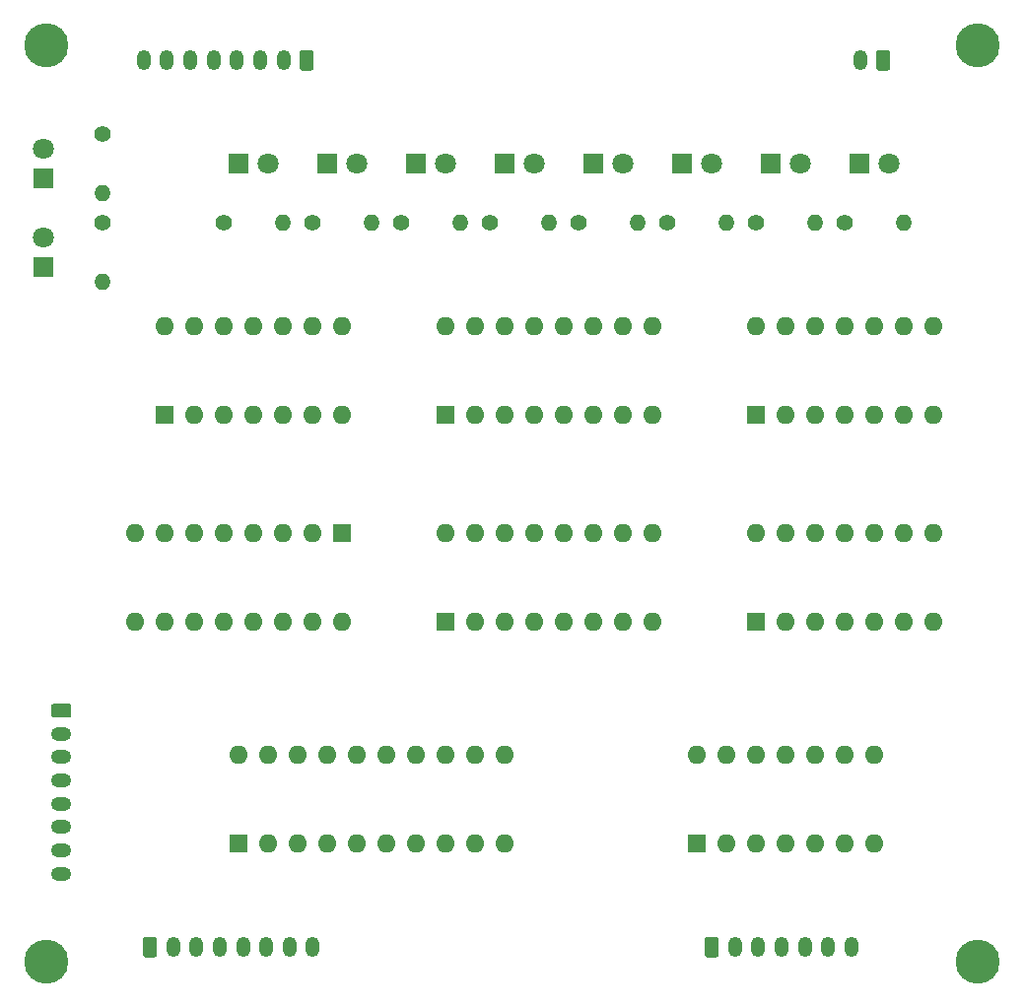
<source format=gbr>
G04 #@! TF.GenerationSoftware,KiCad,Pcbnew,(5.1.2-1)-1*
G04 #@! TF.CreationDate,2019-08-21T21:43:28+10:00*
G04 #@! TF.ProjectId,alu,616c752e-6b69-4636-9164-5f7063625858,rev?*
G04 #@! TF.SameCoordinates,Original*
G04 #@! TF.FileFunction,Soldermask,Bot*
G04 #@! TF.FilePolarity,Negative*
%FSLAX46Y46*%
G04 Gerber Fmt 4.6, Leading zero omitted, Abs format (unit mm)*
G04 Created by KiCad (PCBNEW (5.1.2-1)-1) date 2019-08-21 21:43:28*
%MOMM*%
%LPD*%
G04 APERTURE LIST*
%ADD10C,3.790000*%
%ADD11C,1.800000*%
%ADD12R,1.800000X1.800000*%
%ADD13C,0.100000*%
%ADD14C,1.200000*%
%ADD15O,1.750000X1.200000*%
%ADD16O,1.200000X1.750000*%
%ADD17O,1.400000X1.400000*%
%ADD18C,1.400000*%
%ADD19O,1.600000X1.600000*%
%ADD20R,1.600000X1.600000*%
G04 APERTURE END LIST*
D10*
X29210000Y-115570000D03*
X109220000Y-115570000D03*
X109220000Y-36830000D03*
X29210000Y-36830000D03*
D11*
X101600000Y-46990000D03*
D12*
X99060000Y-46990000D03*
X28956000Y-55880000D03*
D11*
X28956000Y-53340000D03*
X28956000Y-45720000D03*
D12*
X28956000Y-48260000D03*
D11*
X48260000Y-46990000D03*
D12*
X45720000Y-46990000D03*
X53340000Y-46990000D03*
D11*
X55880000Y-46990000D03*
D12*
X60960000Y-46990000D03*
D11*
X63500000Y-46990000D03*
X71120000Y-46990000D03*
D12*
X68580000Y-46990000D03*
X76200000Y-46990000D03*
D11*
X78740000Y-46990000D03*
X86360000Y-46990000D03*
D12*
X83820000Y-46990000D03*
X91440000Y-46990000D03*
D11*
X93980000Y-46990000D03*
D13*
G36*
X31129505Y-93381204D02*
G01*
X31153773Y-93384804D01*
X31177572Y-93390765D01*
X31200671Y-93399030D01*
X31222850Y-93409520D01*
X31243893Y-93422132D01*
X31263599Y-93436747D01*
X31281777Y-93453223D01*
X31298253Y-93471401D01*
X31312868Y-93491107D01*
X31325480Y-93512150D01*
X31335970Y-93534329D01*
X31344235Y-93557428D01*
X31350196Y-93581227D01*
X31353796Y-93605495D01*
X31355000Y-93629999D01*
X31355000Y-94330001D01*
X31353796Y-94354505D01*
X31350196Y-94378773D01*
X31344235Y-94402572D01*
X31335970Y-94425671D01*
X31325480Y-94447850D01*
X31312868Y-94468893D01*
X31298253Y-94488599D01*
X31281777Y-94506777D01*
X31263599Y-94523253D01*
X31243893Y-94537868D01*
X31222850Y-94550480D01*
X31200671Y-94560970D01*
X31177572Y-94569235D01*
X31153773Y-94575196D01*
X31129505Y-94578796D01*
X31105001Y-94580000D01*
X29854999Y-94580000D01*
X29830495Y-94578796D01*
X29806227Y-94575196D01*
X29782428Y-94569235D01*
X29759329Y-94560970D01*
X29737150Y-94550480D01*
X29716107Y-94537868D01*
X29696401Y-94523253D01*
X29678223Y-94506777D01*
X29661747Y-94488599D01*
X29647132Y-94468893D01*
X29634520Y-94447850D01*
X29624030Y-94425671D01*
X29615765Y-94402572D01*
X29609804Y-94378773D01*
X29606204Y-94354505D01*
X29605000Y-94330001D01*
X29605000Y-93629999D01*
X29606204Y-93605495D01*
X29609804Y-93581227D01*
X29615765Y-93557428D01*
X29624030Y-93534329D01*
X29634520Y-93512150D01*
X29647132Y-93491107D01*
X29661747Y-93471401D01*
X29678223Y-93453223D01*
X29696401Y-93436747D01*
X29716107Y-93422132D01*
X29737150Y-93409520D01*
X29759329Y-93399030D01*
X29782428Y-93390765D01*
X29806227Y-93384804D01*
X29830495Y-93381204D01*
X29854999Y-93380000D01*
X31105001Y-93380000D01*
X31129505Y-93381204D01*
X31129505Y-93381204D01*
G37*
D14*
X30480000Y-93980000D03*
D15*
X30480000Y-95980000D03*
X30480000Y-97980000D03*
X30480000Y-99980000D03*
X30480000Y-101980000D03*
X30480000Y-103980000D03*
X30480000Y-105980000D03*
X30480000Y-107980000D03*
D13*
G36*
X101466505Y-37226204D02*
G01*
X101490773Y-37229804D01*
X101514572Y-37235765D01*
X101537671Y-37244030D01*
X101559850Y-37254520D01*
X101580893Y-37267132D01*
X101600599Y-37281747D01*
X101618777Y-37298223D01*
X101635253Y-37316401D01*
X101649868Y-37336107D01*
X101662480Y-37357150D01*
X101672970Y-37379329D01*
X101681235Y-37402428D01*
X101687196Y-37426227D01*
X101690796Y-37450495D01*
X101692000Y-37474999D01*
X101692000Y-38725001D01*
X101690796Y-38749505D01*
X101687196Y-38773773D01*
X101681235Y-38797572D01*
X101672970Y-38820671D01*
X101662480Y-38842850D01*
X101649868Y-38863893D01*
X101635253Y-38883599D01*
X101618777Y-38901777D01*
X101600599Y-38918253D01*
X101580893Y-38932868D01*
X101559850Y-38945480D01*
X101537671Y-38955970D01*
X101514572Y-38964235D01*
X101490773Y-38970196D01*
X101466505Y-38973796D01*
X101442001Y-38975000D01*
X100741999Y-38975000D01*
X100717495Y-38973796D01*
X100693227Y-38970196D01*
X100669428Y-38964235D01*
X100646329Y-38955970D01*
X100624150Y-38945480D01*
X100603107Y-38932868D01*
X100583401Y-38918253D01*
X100565223Y-38901777D01*
X100548747Y-38883599D01*
X100534132Y-38863893D01*
X100521520Y-38842850D01*
X100511030Y-38820671D01*
X100502765Y-38797572D01*
X100496804Y-38773773D01*
X100493204Y-38749505D01*
X100492000Y-38725001D01*
X100492000Y-37474999D01*
X100493204Y-37450495D01*
X100496804Y-37426227D01*
X100502765Y-37402428D01*
X100511030Y-37379329D01*
X100521520Y-37357150D01*
X100534132Y-37336107D01*
X100548747Y-37316401D01*
X100565223Y-37298223D01*
X100583401Y-37281747D01*
X100603107Y-37267132D01*
X100624150Y-37254520D01*
X100646329Y-37244030D01*
X100669428Y-37235765D01*
X100693227Y-37229804D01*
X100717495Y-37226204D01*
X100741999Y-37225000D01*
X101442001Y-37225000D01*
X101466505Y-37226204D01*
X101466505Y-37226204D01*
G37*
D14*
X101092000Y-38100000D03*
D16*
X99092000Y-38100000D03*
D13*
G36*
X86734505Y-113426204D02*
G01*
X86758773Y-113429804D01*
X86782572Y-113435765D01*
X86805671Y-113444030D01*
X86827850Y-113454520D01*
X86848893Y-113467132D01*
X86868599Y-113481747D01*
X86886777Y-113498223D01*
X86903253Y-113516401D01*
X86917868Y-113536107D01*
X86930480Y-113557150D01*
X86940970Y-113579329D01*
X86949235Y-113602428D01*
X86955196Y-113626227D01*
X86958796Y-113650495D01*
X86960000Y-113674999D01*
X86960000Y-114925001D01*
X86958796Y-114949505D01*
X86955196Y-114973773D01*
X86949235Y-114997572D01*
X86940970Y-115020671D01*
X86930480Y-115042850D01*
X86917868Y-115063893D01*
X86903253Y-115083599D01*
X86886777Y-115101777D01*
X86868599Y-115118253D01*
X86848893Y-115132868D01*
X86827850Y-115145480D01*
X86805671Y-115155970D01*
X86782572Y-115164235D01*
X86758773Y-115170196D01*
X86734505Y-115173796D01*
X86710001Y-115175000D01*
X86009999Y-115175000D01*
X85985495Y-115173796D01*
X85961227Y-115170196D01*
X85937428Y-115164235D01*
X85914329Y-115155970D01*
X85892150Y-115145480D01*
X85871107Y-115132868D01*
X85851401Y-115118253D01*
X85833223Y-115101777D01*
X85816747Y-115083599D01*
X85802132Y-115063893D01*
X85789520Y-115042850D01*
X85779030Y-115020671D01*
X85770765Y-114997572D01*
X85764804Y-114973773D01*
X85761204Y-114949505D01*
X85760000Y-114925001D01*
X85760000Y-113674999D01*
X85761204Y-113650495D01*
X85764804Y-113626227D01*
X85770765Y-113602428D01*
X85779030Y-113579329D01*
X85789520Y-113557150D01*
X85802132Y-113536107D01*
X85816747Y-113516401D01*
X85833223Y-113498223D01*
X85851401Y-113481747D01*
X85871107Y-113467132D01*
X85892150Y-113454520D01*
X85914329Y-113444030D01*
X85937428Y-113435765D01*
X85961227Y-113429804D01*
X85985495Y-113426204D01*
X86009999Y-113425000D01*
X86710001Y-113425000D01*
X86734505Y-113426204D01*
X86734505Y-113426204D01*
G37*
D14*
X86360000Y-114300000D03*
D16*
X88360000Y-114300000D03*
X90360000Y-114300000D03*
X92360000Y-114300000D03*
X94360000Y-114300000D03*
X96360000Y-114300000D03*
X98360000Y-114300000D03*
D13*
G36*
X51936505Y-37226204D02*
G01*
X51960773Y-37229804D01*
X51984572Y-37235765D01*
X52007671Y-37244030D01*
X52029850Y-37254520D01*
X52050893Y-37267132D01*
X52070599Y-37281747D01*
X52088777Y-37298223D01*
X52105253Y-37316401D01*
X52119868Y-37336107D01*
X52132480Y-37357150D01*
X52142970Y-37379329D01*
X52151235Y-37402428D01*
X52157196Y-37426227D01*
X52160796Y-37450495D01*
X52162000Y-37474999D01*
X52162000Y-38725001D01*
X52160796Y-38749505D01*
X52157196Y-38773773D01*
X52151235Y-38797572D01*
X52142970Y-38820671D01*
X52132480Y-38842850D01*
X52119868Y-38863893D01*
X52105253Y-38883599D01*
X52088777Y-38901777D01*
X52070599Y-38918253D01*
X52050893Y-38932868D01*
X52029850Y-38945480D01*
X52007671Y-38955970D01*
X51984572Y-38964235D01*
X51960773Y-38970196D01*
X51936505Y-38973796D01*
X51912001Y-38975000D01*
X51211999Y-38975000D01*
X51187495Y-38973796D01*
X51163227Y-38970196D01*
X51139428Y-38964235D01*
X51116329Y-38955970D01*
X51094150Y-38945480D01*
X51073107Y-38932868D01*
X51053401Y-38918253D01*
X51035223Y-38901777D01*
X51018747Y-38883599D01*
X51004132Y-38863893D01*
X50991520Y-38842850D01*
X50981030Y-38820671D01*
X50972765Y-38797572D01*
X50966804Y-38773773D01*
X50963204Y-38749505D01*
X50962000Y-38725001D01*
X50962000Y-37474999D01*
X50963204Y-37450495D01*
X50966804Y-37426227D01*
X50972765Y-37402428D01*
X50981030Y-37379329D01*
X50991520Y-37357150D01*
X51004132Y-37336107D01*
X51018747Y-37316401D01*
X51035223Y-37298223D01*
X51053401Y-37281747D01*
X51073107Y-37267132D01*
X51094150Y-37254520D01*
X51116329Y-37244030D01*
X51139428Y-37235765D01*
X51163227Y-37229804D01*
X51187495Y-37226204D01*
X51211999Y-37225000D01*
X51912001Y-37225000D01*
X51936505Y-37226204D01*
X51936505Y-37226204D01*
G37*
D14*
X51562000Y-38100000D03*
D16*
X49562000Y-38100000D03*
X47562000Y-38100000D03*
X45562000Y-38100000D03*
X43562000Y-38100000D03*
X41562000Y-38100000D03*
X39562000Y-38100000D03*
X37562000Y-38100000D03*
X52100000Y-114300000D03*
X50100000Y-114300000D03*
X48100000Y-114300000D03*
X46100000Y-114300000D03*
X44100000Y-114300000D03*
X42100000Y-114300000D03*
X40100000Y-114300000D03*
D13*
G36*
X38474505Y-113426204D02*
G01*
X38498773Y-113429804D01*
X38522572Y-113435765D01*
X38545671Y-113444030D01*
X38567850Y-113454520D01*
X38588893Y-113467132D01*
X38608599Y-113481747D01*
X38626777Y-113498223D01*
X38643253Y-113516401D01*
X38657868Y-113536107D01*
X38670480Y-113557150D01*
X38680970Y-113579329D01*
X38689235Y-113602428D01*
X38695196Y-113626227D01*
X38698796Y-113650495D01*
X38700000Y-113674999D01*
X38700000Y-114925001D01*
X38698796Y-114949505D01*
X38695196Y-114973773D01*
X38689235Y-114997572D01*
X38680970Y-115020671D01*
X38670480Y-115042850D01*
X38657868Y-115063893D01*
X38643253Y-115083599D01*
X38626777Y-115101777D01*
X38608599Y-115118253D01*
X38588893Y-115132868D01*
X38567850Y-115145480D01*
X38545671Y-115155970D01*
X38522572Y-115164235D01*
X38498773Y-115170196D01*
X38474505Y-115173796D01*
X38450001Y-115175000D01*
X37749999Y-115175000D01*
X37725495Y-115173796D01*
X37701227Y-115170196D01*
X37677428Y-115164235D01*
X37654329Y-115155970D01*
X37632150Y-115145480D01*
X37611107Y-115132868D01*
X37591401Y-115118253D01*
X37573223Y-115101777D01*
X37556747Y-115083599D01*
X37542132Y-115063893D01*
X37529520Y-115042850D01*
X37519030Y-115020671D01*
X37510765Y-114997572D01*
X37504804Y-114973773D01*
X37501204Y-114949505D01*
X37500000Y-114925001D01*
X37500000Y-113674999D01*
X37501204Y-113650495D01*
X37504804Y-113626227D01*
X37510765Y-113602428D01*
X37519030Y-113579329D01*
X37529520Y-113557150D01*
X37542132Y-113536107D01*
X37556747Y-113516401D01*
X37573223Y-113498223D01*
X37591401Y-113481747D01*
X37611107Y-113467132D01*
X37632150Y-113454520D01*
X37654329Y-113444030D01*
X37677428Y-113435765D01*
X37701227Y-113429804D01*
X37725495Y-113426204D01*
X37749999Y-113425000D01*
X38450001Y-113425000D01*
X38474505Y-113426204D01*
X38474505Y-113426204D01*
G37*
D14*
X38100000Y-114300000D03*
D17*
X34036000Y-57150000D03*
D18*
X34036000Y-52070000D03*
X34036000Y-44450000D03*
D17*
X34036000Y-49530000D03*
X49530000Y-52070000D03*
D18*
X44450000Y-52070000D03*
D17*
X57150000Y-52070000D03*
D18*
X52070000Y-52070000D03*
X59690000Y-52070000D03*
D17*
X64770000Y-52070000D03*
D18*
X67310000Y-52070000D03*
D17*
X72390000Y-52070000D03*
X80010000Y-52070000D03*
D18*
X74930000Y-52070000D03*
X82550000Y-52070000D03*
D17*
X87630000Y-52070000D03*
D18*
X90170000Y-52070000D03*
D17*
X95250000Y-52070000D03*
D18*
X97790000Y-52070000D03*
D17*
X102870000Y-52070000D03*
D19*
X39370000Y-60960000D03*
X54610000Y-68580000D03*
X41910000Y-60960000D03*
X52070000Y-68580000D03*
X44450000Y-60960000D03*
X49530000Y-68580000D03*
X46990000Y-60960000D03*
X46990000Y-68580000D03*
X49530000Y-60960000D03*
X44450000Y-68580000D03*
X52070000Y-60960000D03*
X41910000Y-68580000D03*
X54610000Y-60960000D03*
D20*
X39370000Y-68580000D03*
X63500000Y-68580000D03*
D19*
X81280000Y-60960000D03*
X66040000Y-68580000D03*
X78740000Y-60960000D03*
X68580000Y-68580000D03*
X76200000Y-60960000D03*
X71120000Y-68580000D03*
X73660000Y-60960000D03*
X73660000Y-68580000D03*
X71120000Y-60960000D03*
X76200000Y-68580000D03*
X68580000Y-60960000D03*
X78740000Y-68580000D03*
X66040000Y-60960000D03*
X81280000Y-68580000D03*
X63500000Y-60960000D03*
D20*
X90170000Y-68580000D03*
D19*
X105410000Y-60960000D03*
X92710000Y-68580000D03*
X102870000Y-60960000D03*
X95250000Y-68580000D03*
X100330000Y-60960000D03*
X97790000Y-68580000D03*
X97790000Y-60960000D03*
X100330000Y-68580000D03*
X95250000Y-60960000D03*
X102870000Y-68580000D03*
X92710000Y-60960000D03*
X105410000Y-68580000D03*
X90170000Y-60960000D03*
D20*
X45720000Y-105410000D03*
D19*
X68580000Y-97790000D03*
X48260000Y-105410000D03*
X66040000Y-97790000D03*
X50800000Y-105410000D03*
X63500000Y-97790000D03*
X53340000Y-105410000D03*
X60960000Y-97790000D03*
X55880000Y-105410000D03*
X58420000Y-97790000D03*
X58420000Y-105410000D03*
X55880000Y-97790000D03*
X60960000Y-105410000D03*
X53340000Y-97790000D03*
X63500000Y-105410000D03*
X50800000Y-97790000D03*
X66040000Y-105410000D03*
X48260000Y-97790000D03*
X68580000Y-105410000D03*
X45720000Y-97790000D03*
D20*
X54610000Y-78740000D03*
D19*
X36830000Y-86360000D03*
X52070000Y-78740000D03*
X39370000Y-86360000D03*
X49530000Y-78740000D03*
X41910000Y-86360000D03*
X46990000Y-78740000D03*
X44450000Y-86360000D03*
X44450000Y-78740000D03*
X46990000Y-86360000D03*
X41910000Y-78740000D03*
X49530000Y-86360000D03*
X39370000Y-78740000D03*
X52070000Y-86360000D03*
X36830000Y-78740000D03*
X54610000Y-86360000D03*
X63500000Y-78740000D03*
X81280000Y-86360000D03*
X66040000Y-78740000D03*
X78740000Y-86360000D03*
X68580000Y-78740000D03*
X76200000Y-86360000D03*
X71120000Y-78740000D03*
X73660000Y-86360000D03*
X73660000Y-78740000D03*
X71120000Y-86360000D03*
X76200000Y-78740000D03*
X68580000Y-86360000D03*
X78740000Y-78740000D03*
X66040000Y-86360000D03*
X81280000Y-78740000D03*
D20*
X63500000Y-86360000D03*
D19*
X90170000Y-78740000D03*
X105410000Y-86360000D03*
X92710000Y-78740000D03*
X102870000Y-86360000D03*
X95250000Y-78740000D03*
X100330000Y-86360000D03*
X97790000Y-78740000D03*
X97790000Y-86360000D03*
X100330000Y-78740000D03*
X95250000Y-86360000D03*
X102870000Y-78740000D03*
X92710000Y-86360000D03*
X105410000Y-78740000D03*
D20*
X90170000Y-86360000D03*
X85090000Y-105410000D03*
D19*
X100330000Y-97790000D03*
X87630000Y-105410000D03*
X97790000Y-97790000D03*
X90170000Y-105410000D03*
X95250000Y-97790000D03*
X92710000Y-105410000D03*
X92710000Y-97790000D03*
X95250000Y-105410000D03*
X90170000Y-97790000D03*
X97790000Y-105410000D03*
X87630000Y-97790000D03*
X100330000Y-105410000D03*
X85090000Y-97790000D03*
M02*

</source>
